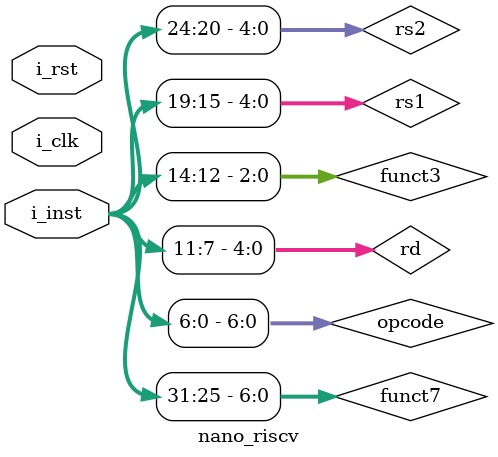
<source format=v>




`include "macro.v"

module nano_riscv (
    input i_clk,
    input i_rst,
    input [31:0] i_inst,
);

    reg [31:0] pc;
    reg [31:0] regs [31:0];  // 32 * 32 bits regs

    wire [6:0] opcode = i_inst[6:0];
    wire [4:0] rd = i_inst[11:7];
    wire [2:0] funct3 = i_inst[14:12];
    wire [4:0] rs1 = i_inst[19:15];
    wire [4:0] rs2 = i_inst[24:20];
    wire [6:0] funct7 = i_inst[31:25];

    always @(posedge i_clk) begin

    end

endmodule

</source>
